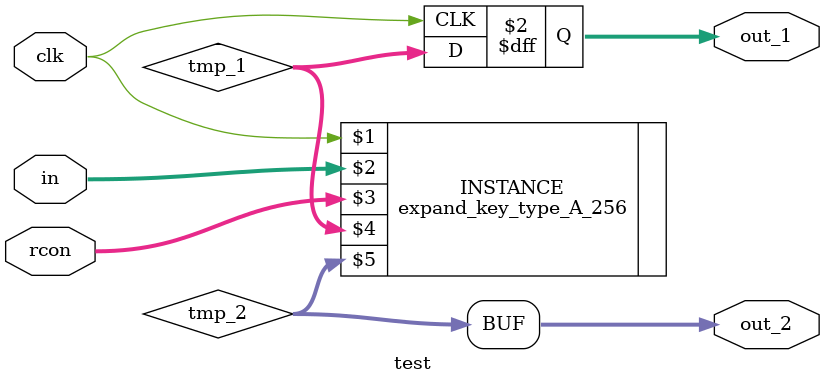
<source format=v>
`include "aes_256.v"

module test(clk, in, rcon, out_1, out_2);

input              clk;
input      [255:0] in;
input      [7:0]   rcon;
output reg [255:0] out_1;
output reg [127:0] out_2;

wire [255:0] tmp_1;
wire [127:0] tmp_2;

expand_key_type_A_256 INSTANCE(clk, in, rcon, tmp_1, tmp_2);

always @ (posedge clk)
	out_1 <= tmp_1;

assign out_2 = tmp_2;

endmodule

</source>
